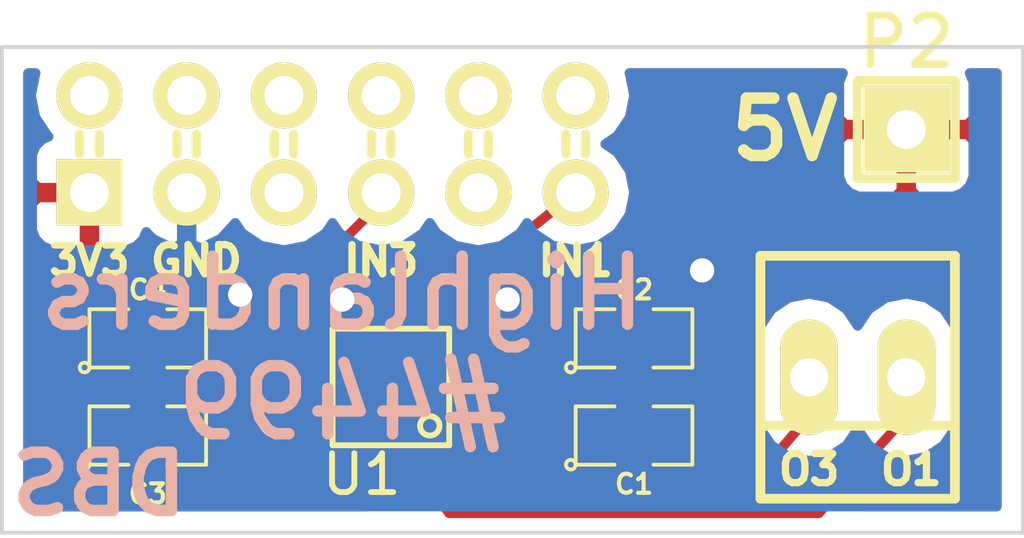
<source format=kicad_pcb>
(kicad_pcb (version 3) (host pcbnew "(2014-03-08 BZR 4739)-product")

  (general
    (links 16)
    (no_connects 0)
    (area 149.809999 92.4052 177.556886 107.39)
    (thickness 1.6)
    (drawings 13)
    (tracks 51)
    (zones 0)
    (modules 8)
    (nets 16)
  )

  (page A4)
  (layers
    (15 F.Cu signal)
    (0 B.Cu signal)
    (16 B.Adhes user)
    (17 F.Adhes user)
    (18 B.Paste user)
    (19 F.Paste user)
    (20 B.SilkS user)
    (21 F.SilkS user)
    (22 B.Mask user)
    (23 F.Mask user)
    (24 Dwgs.User user)
    (25 Cmts.User user)
    (26 Eco1.User user)
    (27 Eco2.User user)
    (28 Edge.Cuts user)
  )

  (setup
    (last_trace_width 0.254)
    (trace_clearance 0.254)
    (zone_clearance 0.508)
    (zone_45_only no)
    (trace_min 0.254)
    (segment_width 0.2)
    (edge_width 0.1)
    (via_size 0.889)
    (via_drill 0.635)
    (via_min_size 0.889)
    (via_min_drill 0.508)
    (uvia_size 0.508)
    (uvia_drill 0.127)
    (uvias_allowed no)
    (uvia_min_size 0.508)
    (uvia_min_drill 0.127)
    (pcb_text_width 0.3)
    (pcb_text_size 1.5 1.5)
    (mod_edge_width 0.15)
    (mod_text_size 1 1)
    (mod_text_width 0.15)
    (pad_size 1.5 1.5)
    (pad_drill 0.6)
    (pad_to_mask_clearance 0)
    (aux_axis_origin 0 0)
    (visible_elements FFFFFF7F)
    (pcbplotparams
      (layerselection 284196865)
      (usegerberextensions true)
      (excludeedgelayer true)
      (linewidth 0.150000)
      (plotframeref false)
      (viasonmask false)
      (mode 1)
      (useauxorigin false)
      (hpglpennumber 1)
      (hpglpenspeed 20)
      (hpglpendiameter 15)
      (hpglpenoverlay 2)
      (psnegative false)
      (psa4output false)
      (plotreference true)
      (plotvalue true)
      (plotothertext true)
      (plotinvisibletext false)
      (padsonsilk false)
      (subtractmaskfromsilk false)
      (outputformat 1)
      (mirror false)
      (drillshape 0)
      (scaleselection 1)
      (outputdirectory gerbers/))
  )

  (net 0 "")
  (net 1 +5V)
  (net 2 3V3)
  (net 3 GND)
  (net 4 "Net-(P1-Pad1)")
  (net 5 "Net-(P1-Pad2)")
  (net 6 "Net-(P3-Pad10)")
  (net 7 "Net-(P3-Pad11)")
  (net 8 "Net-(P3-Pad12)")
  (net 9 "Net-(P3-Pad3)")
  (net 10 "Net-(P3-Pad4)")
  (net 11 "Net-(P3-Pad5)")
  (net 12 "Net-(P3-Pad6)")
  (net 13 "Net-(P3-Pad7)")
  (net 14 "Net-(P3-Pad8)")
  (net 15 "Net-(P3-Pad9)")

  (net_class Default "This is the default net class."
    (clearance 0.254)
    (trace_width 0.254)
    (via_dia 0.889)
    (via_drill 0.635)
    (uvia_dia 0.508)
    (uvia_drill 0.127)
    (add_net "")
    (add_net +5V)
    (add_net 3V3)
    (add_net GND)
    (add_net "Net-(P1-Pad1)")
    (add_net "Net-(P1-Pad2)")
    (add_net "Net-(P3-Pad10)")
    (add_net "Net-(P3-Pad11)")
    (add_net "Net-(P3-Pad12)")
    (add_net "Net-(P3-Pad3)")
    (add_net "Net-(P3-Pad4)")
    (add_net "Net-(P3-Pad5)")
    (add_net "Net-(P3-Pad6)")
    (add_net "Net-(P3-Pad7)")
    (add_net "Net-(P3-Pad8)")
    (add_net "Net-(P3-Pad9)")
  )

  (module Pin_Headers:Pin_Header_Angled_2x06 (layer F.Cu) (tedit 5324E905) (tstamp 5324D6E5)
    (at 158.496 96.52)
    (descr "1 pin")
    (tags "CONN DEV")
    (path /5324C558)
    (fp_text reference P3 (at 0 3.81) (layer F.SilkS) hide
      (effects (font (size 1.27 1.27) (thickness 0.2032)))
    )
    (fp_text value CONN_6X2 (at 0 0) (layer F.SilkS) hide
      (effects (font (size 1.27 1.27) (thickness 0.2032)))
    )
    (fp_line (start 6.096 -0.254) (end 6.096 0.254) (layer F.SilkS) (width 0.254))
    (fp_line (start 6.604 -0.254) (end 6.604 0.254) (layer F.SilkS) (width 0.254))
    (fp_line (start 4.064 -0.254) (end 4.064 0.254) (layer F.SilkS) (width 0.254))
    (fp_line (start 3.556 -0.254) (end 3.556 0.254) (layer F.SilkS) (width 0.254))
    (fp_line (start 1.524 -0.254) (end 1.524 0.254) (layer F.SilkS) (width 0.254))
    (fp_line (start 1.016 -0.254) (end 1.016 0.254) (layer F.SilkS) (width 0.254))
    (fp_line (start -6.604 -0.254) (end -6.604 0.254) (layer F.SilkS) (width 0.254))
    (fp_line (start -6.096 -0.254) (end -6.096 0.254) (layer F.SilkS) (width 0.254))
    (fp_line (start -1.016 -0.254) (end -1.016 0.254) (layer F.SilkS) (width 0.254))
    (fp_line (start -1.524 -0.254) (end -1.524 0.254) (layer F.SilkS) (width 0.254))
    (fp_line (start -3.556 -0.254) (end -3.556 0.254) (layer F.SilkS) (width 0.254))
    (fp_line (start -4.064 -0.254) (end -4.064 0.254) (layer F.SilkS) (width 0.254))
    (pad 1 thru_hole rect (at -6.35 1.27) (size 1.7272 1.7272) (drill 1.016) (layers *.Cu *.Mask F.SilkS)
      (net 2 3V3))
    (pad 2 thru_hole oval (at -3.81 1.27) (size 1.7272 1.7272) (drill 1.016) (layers *.Cu *.Mask F.SilkS)
      (net 3 GND))
    (pad 3 thru_hole oval (at -1.27 1.27) (size 1.7272 1.7272) (drill 1.016) (layers *.Cu *.Mask F.SilkS)
      (net 9 "Net-(P3-Pad3)"))
    (pad 4 thru_hole oval (at 1.27 1.27) (size 1.7272 1.7272) (drill 1.016) (layers *.Cu *.Mask F.SilkS)
      (net 10 "Net-(P3-Pad4)"))
    (pad 5 thru_hole oval (at 3.81 1.27) (size 1.7272 1.7272) (drill 1.016) (layers *.Cu *.Mask F.SilkS)
      (net 11 "Net-(P3-Pad5)"))
    (pad 6 thru_hole oval (at 6.35 1.27) (size 1.7272 1.7272) (drill 1.016) (layers *.Cu *.Mask F.SilkS)
      (net 12 "Net-(P3-Pad6)"))
    (pad 7 thru_hole oval (at 6.35 -1.27) (size 1.7272 1.7272) (drill 1.016) (layers *.Cu *.Mask F.SilkS)
      (net 13 "Net-(P3-Pad7)"))
    (pad 8 thru_hole oval (at 3.81 -1.27) (size 1.7272 1.7272) (drill 1.016) (layers *.Cu *.Mask F.SilkS)
      (net 14 "Net-(P3-Pad8)"))
    (pad 9 thru_hole oval (at 1.27 -1.27) (size 1.7272 1.7272) (drill 1.016) (layers *.Cu *.Mask F.SilkS)
      (net 15 "Net-(P3-Pad9)"))
    (pad 10 thru_hole oval (at -1.27 -1.27) (size 1.7272 1.7272) (drill 1.016) (layers *.Cu *.Mask F.SilkS)
      (net 6 "Net-(P3-Pad10)"))
    (pad 11 thru_hole oval (at -3.81 -1.27) (size 1.7272 1.7272) (drill 1.016) (layers *.Cu *.Mask F.SilkS)
      (net 7 "Net-(P3-Pad11)"))
    (pad 12 thru_hole oval (at -6.35 -1.27) (size 1.7272 1.7272) (drill 1.016) (layers *.Cu *.Mask F.SilkS)
      (net 8 "Net-(P3-Pad12)"))
    (model Pin_Headers/Pin_Header_Angled_2x06.wrl
      (at (xyz 0 0 0))
      (scale (xyz 1 1 1))
      (rotate (xyz 0 0 0))
    )
  )

  (module SMD_Packages:SM0805 (layer F.Cu) (tedit 5324E9A7) (tstamp 5324D654)
    (at 166.37 104.14)
    (path /5324CC18)
    (attr smd)
    (fp_text reference C1 (at 0 1.27) (layer F.SilkS)
      (effects (font (size 0.50038 0.50038) (thickness 0.10922)))
    )
    (fp_text value C (at 0 0.381) (layer F.SilkS) hide
      (effects (font (size 0.50038 0.50038) (thickness 0.10922)))
    )
    (fp_circle (center -1.651 0.762) (end -1.651 0.635) (layer F.SilkS) (width 0.09906))
    (fp_line (start -0.508 0.762) (end -1.524 0.762) (layer F.SilkS) (width 0.09906))
    (fp_line (start -1.524 0.762) (end -1.524 -0.762) (layer F.SilkS) (width 0.09906))
    (fp_line (start -1.524 -0.762) (end -0.508 -0.762) (layer F.SilkS) (width 0.09906))
    (fp_line (start 0.508 -0.762) (end 1.524 -0.762) (layer F.SilkS) (width 0.09906))
    (fp_line (start 1.524 -0.762) (end 1.524 0.762) (layer F.SilkS) (width 0.09906))
    (fp_line (start 1.524 0.762) (end 0.508 0.762) (layer F.SilkS) (width 0.09906))
    (pad 1 smd rect (at -0.9525 0) (size 0.889 1.397) (layers F.Cu F.Paste F.Mask)
      (net 1 +5V))
    (pad 2 smd rect (at 0.9525 0) (size 0.889 1.397) (layers F.Cu F.Paste F.Mask)
      (net 3 GND))
    (model smd/chip_cms.wrl
      (at (xyz 0 0 0))
      (scale (xyz 0.1 0.1 0.1))
      (rotate (xyz 0 0 0))
    )
  )

  (module SMD_Packages:SM0805 (layer F.Cu) (tedit 5324E999) (tstamp 5324D661)
    (at 166.37 101.6)
    (path /5324CBF0)
    (attr smd)
    (fp_text reference C2 (at 0 -1.27) (layer F.SilkS)
      (effects (font (size 0.50038 0.50038) (thickness 0.10922)))
    )
    (fp_text value C (at 0 0.381) (layer F.SilkS) hide
      (effects (font (size 0.50038 0.50038) (thickness 0.10922)))
    )
    (fp_circle (center -1.651 0.762) (end -1.651 0.635) (layer F.SilkS) (width 0.09906))
    (fp_line (start -0.508 0.762) (end -1.524 0.762) (layer F.SilkS) (width 0.09906))
    (fp_line (start -1.524 0.762) (end -1.524 -0.762) (layer F.SilkS) (width 0.09906))
    (fp_line (start -1.524 -0.762) (end -0.508 -0.762) (layer F.SilkS) (width 0.09906))
    (fp_line (start 0.508 -0.762) (end 1.524 -0.762) (layer F.SilkS) (width 0.09906))
    (fp_line (start 1.524 -0.762) (end 1.524 0.762) (layer F.SilkS) (width 0.09906))
    (fp_line (start 1.524 0.762) (end 0.508 0.762) (layer F.SilkS) (width 0.09906))
    (pad 1 smd rect (at -0.9525 0) (size 0.889 1.397) (layers F.Cu F.Paste F.Mask)
      (net 1 +5V))
    (pad 2 smd rect (at 0.9525 0) (size 0.889 1.397) (layers F.Cu F.Paste F.Mask)
      (net 3 GND))
    (model smd/chip_cms.wrl
      (at (xyz 0 0 0))
      (scale (xyz 0.1 0.1 0.1))
      (rotate (xyz 0 0 0))
    )
  )

  (module SMD_Packages:SM0805 (layer F.Cu) (tedit 5324E985) (tstamp 5324D66E)
    (at 153.67 104.14)
    (path /5324CC02)
    (attr smd)
    (fp_text reference C3 (at 0 1.524) (layer F.SilkS)
      (effects (font (size 0.50038 0.50038) (thickness 0.10922)))
    )
    (fp_text value C (at 0 0.381) (layer F.SilkS) hide
      (effects (font (size 0.50038 0.50038) (thickness 0.10922)))
    )
    (fp_circle (center -1.651 0.762) (end -1.651 0.635) (layer F.SilkS) (width 0.09906))
    (fp_line (start -0.508 0.762) (end -1.524 0.762) (layer F.SilkS) (width 0.09906))
    (fp_line (start -1.524 0.762) (end -1.524 -0.762) (layer F.SilkS) (width 0.09906))
    (fp_line (start -1.524 -0.762) (end -0.508 -0.762) (layer F.SilkS) (width 0.09906))
    (fp_line (start 0.508 -0.762) (end 1.524 -0.762) (layer F.SilkS) (width 0.09906))
    (fp_line (start 1.524 -0.762) (end 1.524 0.762) (layer F.SilkS) (width 0.09906))
    (fp_line (start 1.524 0.762) (end 0.508 0.762) (layer F.SilkS) (width 0.09906))
    (pad 1 smd rect (at -0.9525 0) (size 0.889 1.397) (layers F.Cu F.Paste F.Mask)
      (net 2 3V3))
    (pad 2 smd rect (at 0.9525 0) (size 0.889 1.397) (layers F.Cu F.Paste F.Mask)
      (net 3 GND))
    (model smd/chip_cms.wrl
      (at (xyz 0 0 0))
      (scale (xyz 0.1 0.1 0.1))
      (rotate (xyz 0 0 0))
    )
  )

  (module SMD_Packages:SM0805 (layer F.Cu) (tedit 5324E988) (tstamp 5324D67B)
    (at 153.67 101.6)
    (path /5324CC0D)
    (attr smd)
    (fp_text reference C4 (at 0 -1.27) (layer F.SilkS)
      (effects (font (size 0.50038 0.50038) (thickness 0.10922)))
    )
    (fp_text value C (at 0 0.381) (layer F.SilkS) hide
      (effects (font (size 0.50038 0.50038) (thickness 0.10922)))
    )
    (fp_circle (center -1.651 0.762) (end -1.651 0.635) (layer F.SilkS) (width 0.09906))
    (fp_line (start -0.508 0.762) (end -1.524 0.762) (layer F.SilkS) (width 0.09906))
    (fp_line (start -1.524 0.762) (end -1.524 -0.762) (layer F.SilkS) (width 0.09906))
    (fp_line (start -1.524 -0.762) (end -0.508 -0.762) (layer F.SilkS) (width 0.09906))
    (fp_line (start 0.508 -0.762) (end 1.524 -0.762) (layer F.SilkS) (width 0.09906))
    (fp_line (start 1.524 -0.762) (end 1.524 0.762) (layer F.SilkS) (width 0.09906))
    (fp_line (start 1.524 0.762) (end 0.508 0.762) (layer F.SilkS) (width 0.09906))
    (pad 1 smd rect (at -0.9525 0) (size 0.889 1.397) (layers F.Cu F.Paste F.Mask)
      (net 2 3V3))
    (pad 2 smd rect (at 0.9525 0) (size 0.889 1.397) (layers F.Cu F.Paste F.Mask)
      (net 3 GND))
    (model smd/chip_cms.wrl
      (at (xyz 0 0 0))
      (scale (xyz 0.1 0.1 0.1))
      (rotate (xyz 0 0 0))
    )
  )

  (module Connect:PINHEAD1-2 (layer F.Cu) (tedit 5324E8BB) (tstamp 5324D686)
    (at 172.212 102.616 180)
    (path /5324BF25)
    (attr virtual)
    (fp_text reference P1 (at 0 -3.9 180) (layer F.SilkS) hide
      (effects (font (size 0.8 0.8) (thickness 0.12)))
    )
    (fp_text value CONN_2 (at 0 3.81 180) (layer F.SilkS) hide
      (effects (font (size 0.8 0.8) (thickness 0.12)))
    )
    (fp_line (start 2.54 -1.27) (end -2.54 -1.27) (layer F.SilkS) (width 0.254))
    (fp_line (start 2.54 3.175) (end -2.54 3.175) (layer F.SilkS) (width 0.254))
    (fp_line (start -2.54 -3.175) (end 2.54 -3.175) (layer F.SilkS) (width 0.254))
    (fp_line (start -2.54 -3.175) (end -2.54 3.175) (layer F.SilkS) (width 0.254))
    (fp_line (start 2.54 -3.175) (end 2.54 3.175) (layer F.SilkS) (width 0.254))
    (pad 1 thru_hole oval (at -1.27 0 180) (size 1.50622 3.01498) (drill 0.99822) (layers *.Cu *.Mask F.SilkS)
      (net 4 "Net-(P1-Pad1)"))
    (pad 2 thru_hole oval (at 1.27 0 180) (size 1.50622 3.01498) (drill 0.99822) (layers *.Cu *.Mask F.SilkS)
      (net 5 "Net-(P1-Pad2)"))
  )

  (module SMD_Packages:SSOP8 (layer F.Cu) (tedit 5324E961) (tstamp 5324DD15)
    (at 160.02 102.87 90)
    (path /5324BD81)
    (attr smd)
    (fp_text reference U1 (at -2.286 -0.762 180) (layer F.SilkS)
      (effects (font (size 1.016 1.016) (thickness 0.1524)))
    )
    (fp_text value SN74LVC2T45 (at 0 -0.762 90) (layer F.SilkS) hide
      (effects (font (size 0.762 0.508) (thickness 0.1524)))
    )
    (fp_circle (center -1.016 1.016) (end -1.016 0.762) (layer F.SilkS) (width 0.1524))
    (fp_line (start 1.524 1.524) (end -1.524 1.524) (layer F.SilkS) (width 0.1524))
    (fp_line (start -1.524 1.524) (end -1.524 -1.524) (layer F.SilkS) (width 0.1524))
    (fp_line (start -1.524 -1.524) (end 1.524 -1.524) (layer F.SilkS) (width 0.1524))
    (fp_line (start 1.524 -1.524) (end 1.524 1.524) (layer F.SilkS) (width 0.1524))
    (pad 1 smd rect (at -0.9779 2.2225 90) (size 0.4064 1.27) (layers F.Cu F.Paste F.Mask)
      (net 1 +5V))
    (pad 2 smd rect (at -0.3302 2.2225 90) (size 0.4064 1.27) (layers F.Cu F.Paste F.Mask)
      (net 5 "Net-(P1-Pad2)"))
    (pad 3 smd rect (at 0.3302 2.2225 90) (size 0.4064 1.27) (layers F.Cu F.Paste F.Mask)
      (net 4 "Net-(P1-Pad1)"))
    (pad 4 smd rect (at 0.9779 2.2225 90) (size 0.4064 1.27) (layers F.Cu F.Paste F.Mask)
      (net 3 GND))
    (pad 5 smd rect (at 0.9779 -2.2225 90) (size 0.4064 1.27) (layers F.Cu F.Paste F.Mask)
      (net 3 GND))
    (pad 6 smd rect (at 0.3302 -2.2225 90) (size 0.4064 1.27) (layers F.Cu F.Paste F.Mask)
      (net 12 "Net-(P3-Pad6)"))
    (pad 7 smd rect (at -0.3302 -2.2225 90) (size 0.4064 1.27) (layers F.Cu F.Paste F.Mask)
      (net 10 "Net-(P3-Pad4)"))
    (pad 8 smd rect (at -0.9779 -2.2225 90) (size 0.4064 1.27) (layers F.Cu F.Paste F.Mask)
      (net 2 3V3))
    (model smd/cms_so8.wrl
      (at (xyz 0 0 0))
      (scale (xyz 0.25 0.25 0.25))
      (rotate (xyz 0 0 0))
    )
  )

  (module Pin_Headers:Pin_Header_Straight_1x01 (layer F.Cu) (tedit 5324EADC) (tstamp 5324EAF4)
    (at 173.482 96.139)
    (descr "1 pin")
    (tags "CONN DEV")
    (path /5324BF04)
    (fp_text reference P2 (at 0 -2.286) (layer F.SilkS)
      (effects (font (size 1.27 1.27) (thickness 0.2032)))
    )
    (fp_text value CONN_1 (at 0 0) (layer F.SilkS) hide
      (effects (font (size 1.27 1.27) (thickness 0.2032)))
    )
    (fp_line (start -1.27 -1.27) (end -1.27 1.27) (layer F.SilkS) (width 0.254))
    (fp_line (start -1.27 1.27) (end 1.27 1.27) (layer F.SilkS) (width 0.254))
    (fp_line (start 1.27 1.27) (end 1.27 -1.27) (layer F.SilkS) (width 0.254))
    (fp_line (start 1.27 -1.27) (end -1.27 -1.27) (layer F.SilkS) (width 0.254))
    (pad 1 thru_hole rect (at 0 0) (size 2.2352 2.2352) (drill 1.016) (layers *.Cu *.Mask F.SilkS)
      (net 1 +5V))
    (model Pin_Headers/Pin_Header_Straight_1x01.wrl
      (at (xyz 0 0 0))
      (scale (xyz 1 1 1))
      (rotate (xyz 0 0 0))
    )
  )

  (gr_text O1 (at 173.609 105.029) (layer F.SilkS)
    (effects (font (size 0.762 0.762) (thickness 0.1905)))
  )
  (gr_text O3 (at 170.942 105.029) (layer F.SilkS)
    (effects (font (size 0.762 0.762) (thickness 0.1905)))
  )
  (gr_text IN1 (at 164.846 99.568) (layer F.SilkS)
    (effects (font (size 0.762 0.762) (thickness 0.1905)))
  )
  (gr_text IN3 (at 159.766 99.568) (layer F.SilkS)
    (effects (font (size 0.762 0.762) (thickness 0.1905)))
  )
  (gr_text GND (at 154.94 99.568) (layer F.SilkS)
    (effects (font (size 0.762 0.762) (thickness 0.1905)))
  )
  (gr_text 3V3 (at 152.146 99.568) (layer F.SilkS)
    (effects (font (size 0.738 0.738) (thickness 0.1845)))
  )
  (gr_text 5V (at 170.307 96.139) (layer F.SilkS)
    (effects (font (size 1.5 1.5) (thickness 0.3)))
  )
  (gr_text "Highlanders\n#4499" (at 158.75 101.854) (layer B.SilkS)
    (effects (font (size 1.778 1.778) (thickness 0.3)) (justify mirror))
  )
  (gr_text DBS (at 152.4 105.41) (layer B.SilkS) (tstamp 5324E7D6)
    (effects (font (thickness 0.3)) (justify mirror))
  )
  (gr_line (start 149.86 106.68) (end 149.86 93.98) (angle 90) (layer Edge.Cuts) (width 0.1))
  (gr_line (start 176.53 106.68) (end 149.86 106.68) (angle 90) (layer Edge.Cuts) (width 0.1))
  (gr_line (start 176.53 93.98) (end 176.53 106.68) (angle 90) (layer Edge.Cuts) (width 0.1))
  (gr_line (start 149.86 93.98) (end 176.53 93.98) (angle 90) (layer Edge.Cuts) (width 0.1))

  (segment (start 163.449 103.759) (end 163.068 104.14) (width 0.254) (layer F.Cu) (net 1))
  (segment (start 163.449 104.013) (end 163.195 104.267) (width 0.254) (layer F.Cu) (net 1))
  (segment (start 162.2425 103.8479) (end 162.7759 103.8479) (width 0.254) (layer F.Cu) (net 1))
  (segment (start 162.7759 103.8479) (end 163.068 104.14) (width 0.254) (layer F.Cu) (net 1) (tstamp 5324EC99))
  (segment (start 163.068 104.14) (end 163.195 104.267) (width 0.254) (layer F.Cu) (net 1) (tstamp 5324ECAC))
  (segment (start 163.195 104.267) (end 163.322 104.394) (width 0.254) (layer F.Cu) (net 1) (tstamp 5324ECA6))
  (segment (start 162.2425 103.8479) (end 162.5219 103.8479) (width 0.254) (layer F.Cu) (net 1))
  (segment (start 162.5219 103.8479) (end 163.195 104.521) (width 0.254) (layer F.Cu) (net 1) (tstamp 5324EC91))
  (segment (start 162.2425 103.8479) (end 162.2679 103.8479) (width 0.254) (layer F.Cu) (net 1))
  (segment (start 162.2679 103.8479) (end 163.068 104.648) (width 0.254) (layer F.Cu) (net 1) (tstamp 5324EC8C))
  (segment (start 157.7975 103.8479) (end 157.7975 105.2195) (width 0.254) (layer F.Cu) (net 2) (status 400000))
  (segment (start 157.7975 105.2195) (end 157.734 105.283) (width 0.254) (layer F.Cu) (net 2) (tstamp 5325D77A))
  (segment (start 154.6225 101.6) (end 154.94 101.6) (width 0.254) (layer F.Cu) (net 3))
  (via (at 156.083 100.457) (size 0.889) (layers F.Cu B.Cu) (net 3))
  (segment (start 154.94 101.6) (end 156.083 100.457) (width 0.254) (layer F.Cu) (net 3) (tstamp 5324EEC7))
  (segment (start 154.686 97.79) (end 154.686 101.5365) (width 0.254) (layer F.Cu) (net 3))
  (segment (start 154.686 101.5365) (end 154.6225 101.6) (width 0.254) (layer F.Cu) (net 3) (tstamp 5324EEAA))
  (segment (start 157.7975 101.8921) (end 157.7975 101.5365) (width 0.254) (layer F.Cu) (net 3))
  (via (at 158.75 100.584) (size 0.889) (layers F.Cu B.Cu) (net 3))
  (segment (start 157.7975 101.5365) (end 158.75 100.584) (width 0.254) (layer F.Cu) (net 3) (tstamp 5324E205))
  (segment (start 162.2425 101.8921) (end 162.2425 101.4095) (width 0.254) (layer F.Cu) (net 3))
  (via (at 163.068 100.584) (size 0.889) (layers F.Cu B.Cu) (net 3))
  (segment (start 162.2425 101.4095) (end 163.068 100.584) (width 0.254) (layer F.Cu) (net 3) (tstamp 5324E180))
  (segment (start 167.3225 101.6) (end 167.3225 100.6475) (width 0.254) (layer F.Cu) (net 3))
  (via (at 168.148 99.822) (size 0.889) (layers F.Cu B.Cu) (net 3))
  (segment (start 167.3225 100.6475) (end 168.148 99.822) (width 0.254) (layer F.Cu) (net 3) (tstamp 5324DE67))
  (segment (start 167.3225 101.6) (end 167.3225 104.14) (width 0.254) (layer F.Cu) (net 3))
  (segment (start 154.6225 101.6) (end 154.6225 104.14) (width 0.254) (layer F.Cu) (net 3))
  (segment (start 173.482 102.616) (end 173.482 103.632) (width 0.254) (layer F.Cu) (net 4))
  (segment (start 160.6042 102.5398) (end 162.2425 102.5398) (width 0.254) (layer F.Cu) (net 4) (tstamp 5324DF73))
  (segment (start 160.02 103.124) (end 160.6042 102.5398) (width 0.254) (layer F.Cu) (net 4) (tstamp 5324DF72))
  (segment (start 160.02 104.14) (end 160.02 103.124) (width 0.254) (layer F.Cu) (net 4) (tstamp 5324DF70))
  (segment (start 161.544 106.172) (end 160.02 104.14) (width 0.254) (layer F.Cu) (net 4) (tstamp 5324DF6D))
  (segment (start 171.196 106.172) (end 161.544 106.172) (width 0.254) (layer F.Cu) (net 4) (tstamp 5324DF69))
  (segment (start 173.482 103.632) (end 171.196 106.172) (width 0.254) (layer F.Cu) (net 4) (tstamp 5324DF63))
  (segment (start 170.942 102.616) (end 170.942 103.632) (width 0.254) (layer F.Cu) (net 5))
  (segment (start 161.2138 103.2002) (end 162.2425 103.2002) (width 0.254) (layer F.Cu) (net 5) (tstamp 5324DF95))
  (segment (start 160.782 103.632) (end 161.2138 103.2002) (width 0.254) (layer F.Cu) (net 5) (tstamp 5324DF92))
  (segment (start 160.782 104.14) (end 160.782 103.632) (width 0.254) (layer F.Cu) (net 5) (tstamp 5324DF90))
  (segment (start 162.052 105.41) (end 160.782 104.14) (width 0.254) (layer F.Cu) (net 5) (tstamp 5324DF8C))
  (segment (start 169.418 105.41) (end 162.052 105.41) (width 0.254) (layer F.Cu) (net 5) (tstamp 5324DF83))
  (segment (start 170.942 103.632) (end 169.418 105.41) (width 0.254) (layer F.Cu) (net 5) (tstamp 5324DF78))
  (segment (start 159.766 97.79) (end 159.766 98.044) (width 0.254) (layer F.Cu) (net 10))
  (segment (start 157.0482 103.2002) (end 157.7975 103.2002) (width 0.254) (layer F.Cu) (net 10) (tstamp 5324E17D))
  (segment (start 156.464 102.616) (end 157.0482 103.2002) (width 0.254) (layer F.Cu) (net 10) (tstamp 5324E17C))
  (segment (start 156.464 101.346) (end 156.464 102.616) (width 0.254) (layer F.Cu) (net 10) (tstamp 5324E17A))
  (segment (start 159.766 98.044) (end 156.464 101.346) (width 0.254) (layer F.Cu) (net 10) (tstamp 5324E179))
  (segment (start 157.7975 102.5398) (end 159.4358 102.5398) (width 0.254) (layer F.Cu) (net 12))
  (segment (start 162.306 99.822) (end 164.846 97.79) (width 0.254) (layer F.Cu) (net 12) (tstamp 5324E16C))
  (segment (start 161.6456 99.822) (end 162.306 99.822) (width 0.254) (layer F.Cu) (net 12) (tstamp 5324E16B))
  (segment (start 159.4358 102.5398) (end 161.6456 99.822) (width 0.254) (layer F.Cu) (net 12) (tstamp 5324E16A))

  (zone (net 3) (net_name GND) (layer B.Cu) (tstamp 5324DACD) (hatch edge 0.508)
    (connect_pads (clearance 0.508))
    (min_thickness 0.254)
    (fill (arc_segments 16) (thermal_gap 0.508) (thermal_bridge_width 0.508))
    (polygon
      (pts
        (xy 176.276 106.172) (xy 150.368 106.172) (xy 150.368 94.488) (xy 176.276 94.488)
      )
    )
    (filled_polygon
      (pts
        (xy 175.845 105.995) (xy 174.87011 105.995) (xy 174.87011 103.412354) (xy 174.87011 101.819646) (xy 174.764446 101.288439)
        (xy 174.463542 100.838104) (xy 174.013207 100.5372) (xy 173.482 100.431536) (xy 172.950793 100.5372) (xy 172.500458 100.838104)
        (xy 172.212 101.269812) (xy 171.923542 100.838104) (xy 171.473207 100.5372) (xy 170.942 100.431536) (xy 170.410793 100.5372)
        (xy 169.960458 100.838104) (xy 169.659554 101.288439) (xy 169.55389 101.819646) (xy 169.55389 103.412354) (xy 169.659554 103.943561)
        (xy 169.960458 104.393896) (xy 170.410793 104.6948) (xy 170.942 104.800464) (xy 171.473207 104.6948) (xy 171.923542 104.393896)
        (xy 172.212 103.962187) (xy 172.500458 104.393896) (xy 172.950793 104.6948) (xy 173.482 104.800464) (xy 174.013207 104.6948)
        (xy 174.463542 104.393896) (xy 174.764446 103.943561) (xy 174.87011 103.412354) (xy 174.87011 105.995) (xy 150.545 105.995)
        (xy 150.545 94.665) (xy 150.739806 94.665) (xy 150.732115 94.676511) (xy 150.618041 95.25) (xy 150.732115 95.823489)
        (xy 151.056971 96.30967) (xy 151.078023 96.323736) (xy 150.922702 96.388073) (xy 150.744073 96.566701) (xy 150.6474 96.80009)
        (xy 150.6474 97.052709) (xy 150.6474 98.779909) (xy 150.744073 99.013298) (xy 150.922701 99.191927) (xy 151.15609 99.2886)
        (xy 151.408709 99.2886) (xy 153.135909 99.2886) (xy 153.369298 99.191927) (xy 153.547927 99.013299) (xy 153.630528 98.81388)
        (xy 153.79751 98.996821) (xy 154.326973 99.244968) (xy 154.559 99.124469) (xy 154.559 97.917) (xy 154.539 97.917)
        (xy 154.539 97.663) (xy 154.559 97.663) (xy 154.559 97.643) (xy 154.813 97.643) (xy 154.813 97.663)
        (xy 154.833 97.663) (xy 154.833 97.917) (xy 154.813 97.917) (xy 154.813 99.124469) (xy 155.045027 99.244968)
        (xy 155.57449 98.996821) (xy 155.956007 98.578839) (xy 156.136971 98.84967) (xy 156.623152 99.174526) (xy 157.196641 99.2886)
        (xy 157.255359 99.2886) (xy 157.828848 99.174526) (xy 158.315029 98.84967) (xy 158.496 98.578827) (xy 158.676971 98.84967)
        (xy 159.163152 99.174526) (xy 159.736641 99.2886) (xy 159.795359 99.2886) (xy 160.368848 99.174526) (xy 160.855029 98.84967)
        (xy 161.036 98.578827) (xy 161.216971 98.84967) (xy 161.703152 99.174526) (xy 162.276641 99.2886) (xy 162.335359 99.2886)
        (xy 162.908848 99.174526) (xy 163.395029 98.84967) (xy 163.576 98.578827) (xy 163.756971 98.84967) (xy 164.243152 99.174526)
        (xy 164.816641 99.2886) (xy 164.875359 99.2886) (xy 165.448848 99.174526) (xy 165.935029 98.84967) (xy 166.259885 98.363489)
        (xy 166.373959 97.79) (xy 166.259885 97.216511) (xy 165.935029 96.73033) (xy 165.620248 96.52) (xy 165.935029 96.30967)
        (xy 166.259885 95.823489) (xy 166.373959 95.25) (xy 166.259885 94.676511) (xy 166.252193 94.665) (xy 171.824706 94.665)
        (xy 171.7294 94.89509) (xy 171.7294 95.147709) (xy 171.7294 97.382909) (xy 171.826073 97.616298) (xy 172.004701 97.794927)
        (xy 172.23809 97.8916) (xy 172.490709 97.8916) (xy 174.725909 97.8916) (xy 174.959298 97.794927) (xy 175.137927 97.616299)
        (xy 175.2346 97.38291) (xy 175.2346 97.130291) (xy 175.2346 94.895091) (xy 175.139293 94.665) (xy 175.845 94.665)
        (xy 175.845 105.995)
      )
    )
  )
  (zone (net 2) (net_name 3V3) (layer F.Cu) (tstamp 5324EB78) (hatch edge 0.508)
    (connect_pads (clearance 0.508))
    (min_thickness 0.254)
    (fill (arc_segments 16) (thermal_gap 0.508) (thermal_bridge_width 0.508))
    (polygon
      (pts
        (xy 159.512 106.172) (xy 150.368 106.172) (xy 150.368 94.488) (xy 159.512 94.488)
      )
    )
    (filled_polygon
      (pts
        (xy 159.385 105.995) (xy 152.5905 105.995) (xy 152.5905 105.31475) (xy 152.5905 104.267) (xy 152.5905 104.013)
        (xy 152.5905 102.96525) (xy 152.49525 102.87) (xy 152.5905 102.77475) (xy 152.5905 101.727) (xy 152.5905 101.473)
        (xy 152.5905 100.42525) (xy 152.43175 100.2665) (xy 152.146691 100.2665) (xy 152.019 100.319391) (xy 152.019 99.12985)
        (xy 152.019 97.917) (xy 150.80615 97.917) (xy 150.6474 98.07575) (xy 150.6474 98.527291) (xy 150.6474 98.77991)
        (xy 150.744073 99.013299) (xy 150.922702 99.191927) (xy 151.156091 99.2886) (xy 151.86025 99.2886) (xy 152.019 99.12985)
        (xy 152.019 100.319391) (xy 151.913302 100.363173) (xy 151.734673 100.541801) (xy 151.638 100.77519) (xy 151.638 101.027809)
        (xy 151.638 101.31425) (xy 151.79675 101.473) (xy 152.5905 101.473) (xy 152.5905 101.727) (xy 151.79675 101.727)
        (xy 151.638 101.88575) (xy 151.638 102.172191) (xy 151.638 102.42481) (xy 151.734673 102.658199) (xy 151.913302 102.836827)
        (xy 151.993388 102.87) (xy 151.913302 102.903173) (xy 151.734673 103.081801) (xy 151.638 103.31519) (xy 151.638 103.567809)
        (xy 151.638 103.85425) (xy 151.79675 104.013) (xy 152.5905 104.013) (xy 152.5905 104.267) (xy 151.79675 104.267)
        (xy 151.638 104.42575) (xy 151.638 104.712191) (xy 151.638 104.96481) (xy 151.734673 105.198199) (xy 151.913302 105.376827)
        (xy 152.146691 105.4735) (xy 152.43175 105.4735) (xy 152.5905 105.31475) (xy 152.5905 105.995) (xy 150.545 105.995)
        (xy 150.545 94.665) (xy 150.739806 94.665) (xy 150.732115 94.676511) (xy 150.618041 95.25) (xy 150.732115 95.823489)
        (xy 151.056971 96.30967) (xy 151.078023 96.323736) (xy 150.922702 96.388073) (xy 150.744073 96.566701) (xy 150.6474 96.80009)
        (xy 150.6474 97.052709) (xy 150.6474 97.50425) (xy 150.80615 97.663) (xy 152.019 97.663) (xy 152.019 97.643)
        (xy 152.273 97.643) (xy 152.273 97.663) (xy 152.293 97.663) (xy 152.293 97.917) (xy 152.273 97.917)
        (xy 152.273 99.12985) (xy 152.43175 99.2886) (xy 153.135909 99.2886) (xy 153.369298 99.191927) (xy 153.547927 99.013299)
        (xy 153.611643 98.859473) (xy 153.8605 99.025754) (xy 153.8605 100.345693) (xy 153.818302 100.363173) (xy 153.67 100.511474)
        (xy 153.521698 100.363173) (xy 153.288309 100.2665) (xy 153.00325 100.2665) (xy 152.8445 100.42525) (xy 152.8445 101.473)
        (xy 152.8645 101.473) (xy 152.8645 101.727) (xy 152.8445 101.727) (xy 152.8445 102.77475) (xy 152.93975 102.87)
        (xy 152.8445 102.96525) (xy 152.8445 104.013) (xy 152.8645 104.013) (xy 152.8645 104.267) (xy 152.8445 104.267)
        (xy 152.8445 105.31475) (xy 153.00325 105.4735) (xy 153.288309 105.4735) (xy 153.521698 105.376827) (xy 153.67 105.228525)
        (xy 153.818301 105.376827) (xy 154.05169 105.4735) (xy 154.304309 105.4735) (xy 155.193309 105.4735) (xy 155.426698 105.376827)
        (xy 155.605327 105.198199) (xy 155.702 104.96481) (xy 155.702 104.712191) (xy 155.702 103.315191) (xy 155.605327 103.081802)
        (xy 155.426699 102.903173) (xy 155.3845 102.885693) (xy 155.3845 102.854306) (xy 155.426698 102.836827) (xy 155.605327 102.658199)
        (xy 155.702 102.42481) (xy 155.702 102.616) (xy 155.760004 102.907605) (xy 155.925185 103.154815) (xy 156.509385 103.739016)
        (xy 156.756595 103.904196) (xy 156.756596 103.904197) (xy 156.767424 103.90635) (xy 156.767425 103.906351) (xy 156.802801 103.941727)
        (xy 156.821566 103.9495) (xy 156.68625 103.9495) (xy 156.5275 104.10825) (xy 156.5275 104.177409) (xy 156.624173 104.410798)
        (xy 156.802801 104.589427) (xy 157.03619 104.6861) (xy 157.288809 104.6861) (xy 157.51175 104.6861) (xy 157.6705 104.52735)
        (xy 157.6705 104.0384) (xy 157.9245 104.0384) (xy 157.9245 104.52735) (xy 158.08325 104.6861) (xy 158.306191 104.6861)
        (xy 158.55881 104.6861) (xy 158.792199 104.589427) (xy 158.970827 104.410798) (xy 159.0675 104.177409) (xy 159.0675 104.10825)
        (xy 158.90875 103.9495) (xy 158.773432 103.9495) (xy 158.792198 103.941727) (xy 158.970827 103.763099) (xy 159.0266 103.628449)
        (xy 159.0675 103.58755) (xy 159.0675 103.52971) (xy 159.0675 103.518391) (xy 159.0675 103.3018) (xy 159.258 103.3018)
        (xy 159.258 104.14) (xy 159.27664 104.233709) (xy 159.28184 104.329114) (xy 159.305382 104.378207) (xy 159.316004 104.431605)
        (xy 159.369085 104.511046) (xy 159.385 104.544233) (xy 159.385 105.995)
      )
    )
  )
  (zone (net 1) (net_name +5V) (layer F.Cu) (tstamp 5324EBBF) (hatch edge 0.508)
    (connect_pads (clearance 0.508))
    (min_thickness 0.254)
    (fill (arc_segments 16) (thermal_gap 0.508) (thermal_bridge_width 0.508))
    (polygon
      (pts
        (xy 176.276 106.172) (xy 160.528 106.172) (xy 160.528 94.488) (xy 176.276 94.488)
      )
    )
    (filled_polygon
      (pts
        (xy 175.845 105.995) (xy 175.2346 105.995) (xy 175.2346 97.38291) (xy 175.2346 97.130291) (xy 175.2346 96.42475)
        (xy 175.07585 96.266) (xy 173.609 96.266) (xy 173.609 97.73285) (xy 173.76775 97.8916) (xy 174.725909 97.8916)
        (xy 174.959298 97.794927) (xy 175.137927 97.616299) (xy 175.2346 97.38291) (xy 175.2346 105.995) (xy 172.380465 105.995)
        (xy 173.459564 104.796001) (xy 173.482 104.800464) (xy 174.013207 104.6948) (xy 174.463542 104.393896) (xy 174.764446 103.943561)
        (xy 174.87011 103.412354) (xy 174.87011 101.819646) (xy 174.764446 101.288439) (xy 174.463542 100.838104) (xy 174.013207 100.5372)
        (xy 173.482 100.431536) (xy 173.355 100.456797) (xy 173.355 97.73285) (xy 173.355 96.266) (xy 171.88815 96.266)
        (xy 171.7294 96.42475) (xy 171.7294 97.130291) (xy 171.7294 97.38291) (xy 171.826073 97.616299) (xy 172.004702 97.794927)
        (xy 172.238091 97.8916) (xy 173.19625 97.8916) (xy 173.355 97.73285) (xy 173.355 100.456797) (xy 172.950793 100.5372)
        (xy 172.500458 100.838104) (xy 172.212 101.269812) (xy 171.923542 100.838104) (xy 171.473207 100.5372) (xy 170.942 100.431536)
        (xy 170.410793 100.5372) (xy 169.960458 100.838104) (xy 169.659554 101.288439) (xy 169.55389 101.819646) (xy 169.55389 103.412354)
        (xy 169.659554 103.943561) (xy 169.664714 103.951283) (xy 169.067529 104.648) (xy 168.402 104.648) (xy 168.402 103.315191)
        (xy 168.305327 103.081802) (xy 168.126699 102.903173) (xy 168.0845 102.885693) (xy 168.0845 102.854306) (xy 168.126698 102.836827)
        (xy 168.305327 102.658199) (xy 168.402 102.42481) (xy 168.402 102.172191) (xy 168.402 100.88507) (xy 168.758689 100.737689)
        (xy 169.062622 100.434286) (xy 169.227313 100.037668) (xy 169.227687 99.608216) (xy 169.063689 99.211311) (xy 168.760286 98.907378)
        (xy 168.363668 98.742687) (xy 167.934216 98.742313) (xy 167.537311 98.906311) (xy 167.233378 99.209714) (xy 167.068687 99.606332)
        (xy 167.068497 99.823872) (xy 166.783685 100.108685) (xy 166.650126 100.308569) (xy 166.650125 100.308569) (xy 166.518302 100.363173)
        (xy 166.37 100.511474) (xy 166.221698 100.363173) (xy 165.988309 100.2665) (xy 165.70325 100.2665) (xy 165.5445 100.42525)
        (xy 165.5445 101.473) (xy 165.5645 101.473) (xy 165.5645 101.727) (xy 165.5445 101.727) (xy 165.5445 102.77475)
        (xy 165.63975 102.87) (xy 165.5445 102.96525) (xy 165.5445 104.013) (xy 165.5645 104.013) (xy 165.5645 104.267)
        (xy 165.5445 104.267) (xy 165.5445 104.287) (xy 165.2905 104.287) (xy 165.2905 104.267) (xy 165.2905 104.013)
        (xy 165.2905 102.96525) (xy 165.19525 102.87) (xy 165.2905 102.77475) (xy 165.2905 101.727) (xy 165.2905 101.473)
        (xy 165.2905 100.42525) (xy 165.13175 100.2665) (xy 164.846691 100.2665) (xy 164.613302 100.363173) (xy 164.434673 100.541801)
        (xy 164.338 100.77519) (xy 164.338 101.027809) (xy 164.338 101.31425) (xy 164.49675 101.473) (xy 165.2905 101.473)
        (xy 165.2905 101.727) (xy 164.49675 101.727) (xy 164.338 101.88575) (xy 164.338 102.172191) (xy 164.338 102.42481)
        (xy 164.434673 102.658199) (xy 164.613302 102.836827) (xy 164.693388 102.87) (xy 164.613302 102.903173) (xy 164.434673 103.081801)
        (xy 164.338 103.31519) (xy 164.338 103.567809) (xy 164.338 103.85425) (xy 164.49675 104.013) (xy 165.2905 104.013)
        (xy 165.2905 104.267) (xy 164.49675 104.267) (xy 164.338 104.42575) (xy 164.338 104.648) (xy 163.095791 104.648)
        (xy 163.237199 104.589427) (xy 163.415827 104.410798) (xy 163.5125 104.177409) (xy 163.5125 104.10825) (xy 163.35375 103.9495)
        (xy 163.218432 103.9495) (xy 163.237198 103.941727) (xy 163.415827 103.763099) (xy 163.4716 103.628449) (xy 163.5125 103.58755)
        (xy 163.5125 103.52971) (xy 163.5125 103.518391) (xy 163.5125 103.277091) (xy 163.5125 102.870691) (xy 163.512213 102.87)
        (xy 163.5125 102.86931) (xy 163.5125 102.616691) (xy 163.5125 102.22161) (xy 163.5125 102.210291) (xy 163.5125 101.968991)
        (xy 163.5125 101.568356) (xy 163.678689 101.499689) (xy 163.982622 101.196286) (xy 164.147313 100.799668) (xy 164.147687 100.370216)
        (xy 163.983689 99.973311) (xy 163.696397 99.685518) (xy 164.31682 99.189179) (xy 164.816641 99.2886) (xy 164.875359 99.2886)
        (xy 165.448848 99.174526) (xy 165.935029 98.84967) (xy 166.259885 98.363489) (xy 166.373959 97.79) (xy 166.259885 97.216511)
        (xy 165.935029 96.73033) (xy 165.620248 96.52) (xy 165.935029 96.30967) (xy 166.259885 95.823489) (xy 166.373959 95.25)
        (xy 166.259885 94.676511) (xy 166.252193 94.665) (xy 171.824706 94.665) (xy 171.7294 94.89509) (xy 171.7294 95.147709)
        (xy 171.7294 95.85325) (xy 171.88815 96.012) (xy 173.355 96.012) (xy 173.355 95.992) (xy 173.609 95.992)
        (xy 173.609 96.012) (xy 175.07585 96.012) (xy 175.2346 95.85325) (xy 175.2346 95.147709) (xy 175.2346 94.89509)
        (xy 175.139293 94.665) (xy 175.845 94.665) (xy 175.845 105.995)
      )
    )
  )
)

</source>
